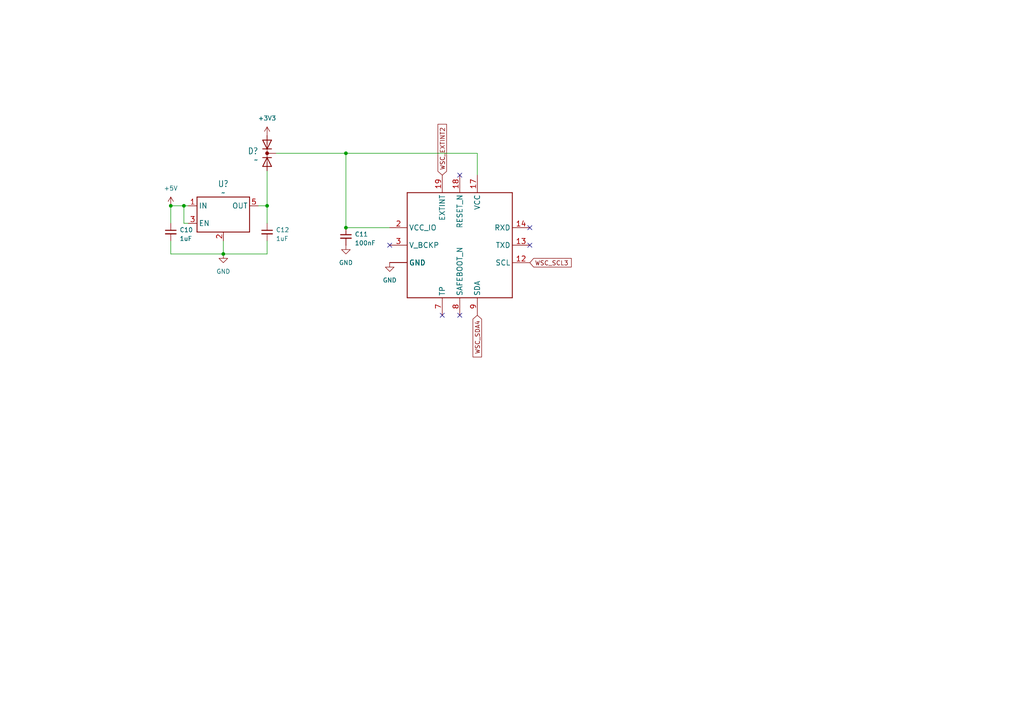
<source format=kicad_sch>
(kicad_sch (version 20250114) (generator "eeschema") (generator_version "9.0")
  (paper "A4")
  (lib_symbols
    (symbol "Device:C_Small" (pin_numbers (hide yes)) (pin_names (offset 0.254) (hide yes))
      (property "Reference" "C" (at 0.254 1.778 0))
      (property "Value" "C_Small" (at 0.254 -2.032 0))
      (symbol "C_Small_0_1"
        (polyline (pts (xy -1.524 0.508) (xy 1.524 0.508)) (stroke (width 0.3048)))
        (polyline (pts (xy -1.524 -0.508) (xy 1.524 -0.508)) (stroke (width 0.3302)))
      )
      (symbol "C_Small_1_1"
        (pin passive line (at 0 2.54 270) (length 2.032) (name "~") (number "1"))
        (pin passive line (at 0 -2.54 90) (length 2.032) (name "~") (number "2"))
      )
    )
    (symbol "GND_2" (power) (pin_numbers (hide yes)) (pin_names (offset 0) (hide yes))
      (property "Value" "GND" (at 0 -3.81 0))
      (symbol "GND_2_0_1"
        (polyline (pts (xy 0 0) (xy 0 -1.27) (xy 1.27 -1.27) (xy 0 -2.54) (xy -1.27 -1.27) (xy 0 -1.27)))
      )
      (symbol "GND_2_1_1"
        (pin power_in line (at 0 0 270) (length 0) (name "~") (number "1"))
      )
    )
    (symbol "GND_3" (power) (pin_numbers (hide yes)) (pin_names (offset 0) (hide yes))
      (property "Value" "GND" (at 0 -3.81 0))
      (symbol "GND_3_0_1"
        (polyline (pts (xy 0 0) (xy 0 -1.27) (xy 1.27 -1.27) (xy 0 -2.54) (xy -1.27 -1.27) (xy 0 -1.27)))
      )
      (symbol "GND_3_1_1"
        (pin power_in line (at 0 0 270) (length 0) (name "~") (number "1"))
      )
    )
    (symbol "GND_4" (power) (pin_numbers (hide yes)) (pin_names (offset 0) (hide yes))
      (property "Value" "GND" (at 0 -3.81 0))
      (symbol "GND_4_0_1"
        (polyline (pts (xy 0 0) (xy 0 -1.27) (xy 1.27 -1.27) (xy 0 -2.54) (xy -1.27 -1.27) (xy 0 -1.27)))
      )
      (symbol "GND_4_1_1"
        (pin power_in line (at 0 0 270) (length 0) (name "~") (number "1"))
      )
    )
    (symbol "MKRGPSShield_V4.0-eagle-import:AP2112K-3.3"
      (property "Reference" "U" (at 0 7.62 0))
      (symbol "AP2112K-3.3_1_0"
        (polyline (pts (xy -7.62 5.08) (xy 7.62 5.08)) (stroke (width 0.254)))
        (polyline (pts (xy -7.62 -5.08) (xy -7.62 5.08)) (stroke (width 0.254)))
        (polyline (pts (xy 7.62 5.08) (xy 7.62 -5.08)) (stroke (width 0.254)))
        (polyline (pts (xy 7.62 -5.08) (xy -7.62 -5.08)) (stroke (width 0.254)))
        (pin power_in line (at -10.16 2.54 0) (length 2.54) (name "IN") (number "1"))
        (pin input line (at -10.16 -2.54 0) (length 2.54) (name "EN") (number "3"))
        (pin power_in line (at 0 -7.62 90) (length 2.54) (name "GND/ADJ") (number "2"))
        (pin power_in line (at 10.16 2.54 180) (length 2.54) (name "OUT") (number "5"))
      )
    )
    (symbol "MKRGPSShield_V4.0-eagle-import:Arduino-diodes_A2K_SOT-323"
      (property "Reference" "D" (at 0.762 2.0066 0))
      (symbol "Arduino-diodes_A2K_SOT-323_1_0"
        (polyline (pts (xy -3.81 1.27) (xy -3.81 -1.27)) (stroke (width 0.254)))
        (polyline (pts (xy -3.81 -1.27) (xy -1.27 0)) (stroke (width 0.254)))
        (polyline (pts (xy -2.54 0) (xy -1.27 0)) (stroke (width 0.1524)))
        (polyline (pts (xy -1.27 1.27) (xy -1.27 0)) (stroke (width 0.254)))
        (polyline (pts (xy -1.27 0) (xy -3.81 1.27)) (stroke (width 0.254)))
        (polyline (pts (xy -1.27 0) (xy -1.27 -1.27)) (stroke (width 0.254)))
        (polyline (pts (xy -1.27 0) (xy 1.27 0)) (stroke (width 0.1524)))
        (circle (center 0 0) (radius 0.127) (stroke (width 0.4064)))
        (polyline (pts (xy 1.27 0) (xy 1.27 1.27)) (stroke (width 0.254)))
        (polyline (pts (xy 1.27 0) (xy 3.81 -1.27)) (stroke (width 0.254)))
        (polyline (pts (xy 1.27 -1.27) (xy 1.27 0)) (stroke (width 0.254)))
        (polyline (pts (xy 2.54 0) (xy 1.27 0)) (stroke (width 0.1524)))
        (polyline (pts (xy 3.81 1.27) (xy 1.27 0)) (stroke (width 0.254)))
        (polyline (pts (xy 3.81 -1.27) (xy 3.81 1.27)) (stroke (width 0.254)))
        (pin passive line (at -5.08 0 0) (length 2.54) (name "A1") (number "1"))
        (pin passive line (at 0 2.54 270) (length 2.54) (name "K") (number "3"))
        (pin passive line (at 5.08 0 180) (length 2.54) (name "A2") (number "2"))
      )
    )
    (symbol "MKRGPSShield_V4.0-eagle-import:SAM-M8Q"
      (symbol "SAM-M8Q_1_0"
        (polyline (pts (xy 0 30.48) (xy 0 0)) (stroke (width 0.254)))
        (polyline (pts (xy 0 0) (xy 30.48 0)) (stroke (width 0.254)))
        (polyline (pts (xy 30.48 30.48) (xy 0 30.48)) (stroke (width 0.254)))
        (polyline (pts (xy 30.48 0) (xy 30.48 30.48)) (stroke (width 0.254)))
        (pin bidirectional line (at -5.08 20.32 0) (length 5.08) (name "VCC_IO") (number "2"))
        (pin bidirectional line (at -5.08 15.24 0) (length 5.08) (name "V_BCKP") (number "3"))
        (pin bidirectional line (at -5.08 10.16 0) (length 5.08) (name "GND") (number "1"))
        (pin bidirectional line (at -5.08 10.16 0) (length 5.08) (name "GND") (number "10"))
        (pin bidirectional line (at -5.08 10.16 0) (length 5.08) (name "GND") (number "11"))
        (pin bidirectional line (at -5.08 10.16 0) (length 5.08) (name "GND") (number "15"))
        (pin bidirectional line (at -5.08 10.16 0) (length 5.08) (name "GND") (number "16"))
        (pin bidirectional line (at -5.08 10.16 0) (length 5.08) (name "GND") (number "20"))
        (pin bidirectional line (at -5.08 10.16 0) (length 5.08) (name "GND") (number "4"))
        (pin bidirectional line (at -5.08 10.16 0) (length 5.08) (name "GND") (number "5"))
        (pin bidirectional line (at -5.08 10.16 0) (length 5.08) (name "GND") (number "6"))
        (pin bidirectional line (at 10.16 35.56 270) (length 5.08) (name "EXTINT") (number "19"))
        (pin bidirectional line (at 10.16 -5.08 90) (length 5.08) (name "TP") (number "7"))
        (pin bidirectional line (at 15.24 35.56 270) (length 5.08) (name "RESET_N") (number "18"))
        (pin bidirectional line (at 15.24 -5.08 90) (length 5.08) (name "SAFEBOOT_N") (number "8"))
        (pin bidirectional line (at 20.32 35.56 270) (length 5.08) (name "VCC") (number "17"))
        (pin bidirectional line (at 20.32 -5.08 90) (length 5.08) (name "SDA") (number "9"))
        (pin bidirectional line (at 35.56 20.32 180) (length 5.08) (name "RXD") (number "14"))
        (pin bidirectional line (at 35.56 15.24 180) (length 5.08) (name "TXD") (number "13"))
        (pin bidirectional line (at 35.56 10.16 180) (length 5.08) (name "SCL") (number "12"))
      )
    )
    (symbol "power:+3V3" (power) (pin_numbers (hide yes)) (pin_names (offset 0) (hide yes))
      (property "Value" "+3V3" (at 0 3.556 0))
      (symbol "+3V3_0_1"
        (polyline (pts (xy -0.762 1.27) (xy 0 2.54)))
        (polyline (pts (xy 0 2.54) (xy 0.762 1.27)))
        (polyline (pts (xy 0 0) (xy 0 2.54)))
      )
      (symbol "+3V3_1_1"
        (pin power_in line (at 0 0 90) (length 0) (name "~") (number "1"))
      )
    )
    (symbol "power:+5V" (power) (pin_numbers (hide yes)) (pin_names (offset 0) (hide yes))
      (property "Value" "+5V" (at 0 3.556 0))
      (symbol "+5V_0_1"
        (polyline (pts (xy -0.762 1.27) (xy 0 2.54)))
        (polyline (pts (xy 0 2.54) (xy 0.762 1.27)))
        (polyline (pts (xy 0 0) (xy 0 2.54)))
      )
      (symbol "+5V_1_1"
        (pin power_in line (at 0 0 90) (length 0) (name "~") (number "1"))
      )
    )
  )
  (junction (at 100.33 66.04))
  (junction (at 49.53 59.69))
  (junction (at 77.47 59.69))
  (junction (at 64.77 73.66))
  (junction (at 53.34 59.69))
  (junction (at 100.33 44.45))
  (no_connect (at 113.03 71.12))
  (no_connect (at 133.35 50.8))
  (no_connect (at 153.67 66.04))
  (no_connect (at 133.35 91.44))
  (no_connect (at 128.27 91.44))
  (no_connect (at 153.67 71.12))
  (wire (pts (xy 113.03 66.04) (xy 100.33 66.04)))
  (wire (pts (xy 53.34 64.77) (xy 53.34 59.69)))
  (wire (pts (xy 54.61 64.77) (xy 53.34 64.77)))
  (wire (pts (xy 49.53 59.69) (xy 53.34 59.69)))
  (wire (pts (xy 138.43 44.45) (xy 138.43 50.8)))
  (wire (pts (xy 49.53 59.69) (xy 49.53 64.77)))
  (wire (pts (xy 49.53 69.85) (xy 49.53 73.66)))
  (wire (pts (xy 77.47 59.69) (xy 77.47 64.77)))
  (wire (pts (xy 100.33 66.04) (xy 100.33 44.45)))
  (wire (pts (xy 77.47 49.53) (xy 77.47 59.69)))
  (wire (pts (xy 77.47 73.66) (xy 64.77 73.66)))
  (wire (pts (xy 77.47 69.85) (xy 77.47 73.66)))
  (wire (pts (xy 80.01 44.45) (xy 100.33 44.45)))
  (wire (pts (xy 49.53 73.66) (xy 64.77 73.66)))
  (wire (pts (xy 53.34 59.69) (xy 54.61 59.69)))
  (wire (pts (xy 100.33 44.45) (xy 138.43 44.45)))
  (wire (pts (xy 64.77 73.66) (xy 64.77 69.85)))
  (wire (pts (xy 74.93 59.69) (xy 77.47 59.69)))
  (global_label "WSC_SDA4" (shape input) (at 138.43 91.44 270) (property "Intersheetrefs" "${INTERSHEET_REFS}" (effects (hide yes))))
  (global_label "WSC_SCL3" (shape input) (at 153.67 76.2 0) (property "Intersheetrefs" "${INTERSHEET_REFS}" (effects (hide yes))))
  (global_label "WSC_EXTINT2" (shape input) (at 128.27 50.8 90) (property "Intersheetrefs" "${INTERSHEET_REFS}" (effects (hide yes))))
  (symbol (lib_id "Device:C_Small") (at 77.47 67.31 0) (unit 1)
    (property "Reference" "C12" (at 80.01 66.6813 0) (effects (justify left)))
    (property "Value" "1uF" (at 80.01 69.2213 0) (effects (justify left)))
    (property "Footprint" "Capacitor_SMD:C_1206_3216Metric_Pad1.33x1.80mm_HandSolder" (effects (hide yes)))
    (property "Datasheet" "https://akizukidenshi.com/catalog/g/gP-17338/" (effects (hide yes)))
  )
  (symbol (lib_id "MKRGPSShield_V4.0-eagle-import:AP2112K-3.3") (at 64.77 62.23 0) (unit 1)
    (property "Reference" "U?" (at 64.77 53.34 0) (effects (font (size 1.778 1.5113))))
    (property "Value" "~" (at 64.77 55.88 0) (effects (font (size 1.778 1.5113))))
    (property "Footprint" "MKRGPSShield_V4.0:SOT25" (effects (hide yes)))
    (property "Description" "IC REG LINEAR 3.3V 600mA SOT25" (effects (hide yes)))
  )
  (symbol (lib_name "GND_3") (lib_id "power:GND") (at 64.77 73.66 0) (unit 1)
    (property "Reference" "#PWR?" (effects (hide yes)))
    (property "Value" "GND" (at 64.77 78.74 0))
    (property "Description" "Power symbol creates a global label with name \"GND\" , ground" (effects (hide yes)))
  )
  (symbol (lib_name "GND_4") (lib_id "power:GND") (at 100.33 71.12 0) (unit 1)
    (property "Reference" "#PWR?" (effects (hide yes)))
    (property "Value" "GND" (at 100.33 76.2 0))
    (property "Description" "Power symbol creates a global label with name \"GND\" , ground" (effects (hide yes)))
  )
  (symbol (lib_id "Device:C_Small") (at 100.33 68.58 0) (unit 1)
    (property "Reference" "C11" (at 102.87 67.9513 0) (effects (justify left)))
    (property "Value" "100nF" (at 102.87 70.4913 0) (effects (justify left)))
    (property "Footprint" "Capacitor_SMD:C_1206_3216Metric_Pad1.33x1.80mm_HandSolder" (effects (hide yes)))
    (property "Datasheet" "https://akizukidenshi.com/catalog/g/gP-17338/" (effects (hide yes)))
  )
  (symbol (lib_name "GND_2") (lib_id "power:GND") (at 113.03 76.2 0) (unit 1)
    (property "Reference" "#PWR?" (effects (hide yes)))
    (property "Value" "GND" (at 113.03 81.28 0))
    (property "Description" "Power symbol creates a global label with name \"GND\" , ground" (effects (hide yes)))
  )
  (symbol (lib_id "Device:C_Small") (at 49.53 67.31 0) (unit 1)
    (property "Reference" "C10" (at 52.07 66.6813 0) (effects (justify left)))
    (property "Value" "1uF" (at 52.07 69.2213 0) (effects (justify left)))
    (property "Footprint" "Capacitor_SMD:C_1206_3216Metric_Pad1.33x1.80mm_HandSolder" (effects (hide yes)))
    (property "Datasheet" "https://akizukidenshi.com/catalog/g/gP-17338/" (effects (hide yes)))
  )
  (symbol (lib_id "MKRGPSShield_V4.0-eagle-import:Arduino-diodes_A2K_SOT-323") (at 77.47 44.45 270) (unit 1)
    (property "Reference" "D?" (at 74.93 43.815 90) (effects (font (size 1.778 1.5113)) (justify right)))
    (property "Value" "~" (at 74.93 46.355 90) (effects (font (size 1.778 1.5113)) (justify right)))
    (property "Footprint" "MKRGPSShield_V4.0:SOT65P210X110-3N" (effects (hide yes)))
  )
  (symbol (lib_id "MKRGPSShield_V4.0-eagle-import:SAM-M8Q") (at 118.11 86.36 0) (unit 1)
    (property "Reference" "IC?" (effects (hide yes)))
    (property "Footprint" "GPSShield:UBLOXLIB_SAM-M8Q" (effects (hide yes)))
    (property "Description" "u-blox SAM GNSS antenna module" (effects (hide yes)))
  )
  (symbol (lib_id "power:+5V") (at 49.53 59.69 0) (unit 1)
    (property "Reference" "#PWR?" (effects (hide yes)))
    (property "Value" "+5V" (at 49.53 54.61 0))
    (property "Description" "Power symbol creates a global label with name \"+5V\"" (effects (hide yes)))
  )
  (symbol (lib_id "power:+3V3") (at 77.47 39.37 0) (unit 1)
    (property "Reference" "#PWR?" (effects (hide yes)))
    (property "Value" "+3V3" (at 77.47 34.29 0))
    (property "Description" "Power symbol creates a global label with name \"+3V3\"" (effects (hide yes)))
  )
)
</source>
